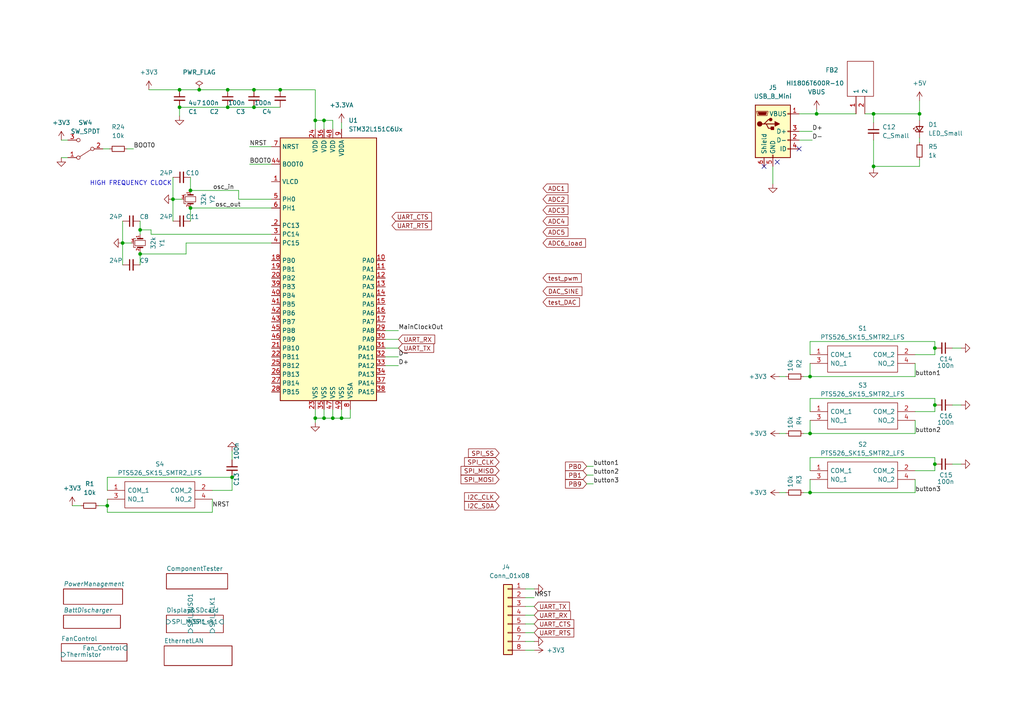
<source format=kicad_sch>
(kicad_sch (version 20211123) (generator eeschema)
  (paper "A4")
  (title_block (title "STM32-Li-ion-charger-dischager-LCD") (rev "2"))
  (lib_symbols
    (symbol "Connector:USB_B_Mini" (pin_names (offset 1.016))
      (property "Reference" "J" (at -5.08 11.43 0))
      (property "Value" "USB_B_Mini" (at -5.08 8.89 0))
      (symbol "USB_B_Mini_0_1"
        (rectangle (start -5.08 -7.62) (end 5.08 7.62) (stroke (width 0.254)) (fill (type background)))
        (circle (center -3.81 2.159) (radius 0.635) (stroke (width 0.254)) (fill (type outline)))
        (circle (center -0.635 3.429) (radius 0.381) (stroke (width 0.254)) (fill (type outline)))
        (rectangle (start -0.127 -7.62) (end 0.127 -6.858))
        (polyline (pts (xy -1.905 2.159) (xy 0.635 2.159)) (stroke (width 0.254)))
        (polyline (pts (xy -3.175 2.159) (xy -2.54 2.159) (xy -1.27 3.429) (xy -0.635 3.429)) (stroke (width 0.254)))
        (polyline (pts (xy -2.54 2.159) (xy -1.905 2.159) (xy -1.27 0.889) (xy 0 0.889)) (stroke (width 0.254)))
        (polyline (pts (xy 0.635 2.794) (xy 0.635 1.524) (xy 1.905 2.159) (xy 0.635 2.794)) (stroke (width 0.254)) (fill (type outline)))
        (polyline (pts (xy -4.318 5.588) (xy -1.778 5.588) (xy -2.032 4.826) (xy -4.064 4.826) (xy -4.318 5.588)) (fill (type outline)))
        (polyline (pts (xy -4.699 5.842) (xy -4.699 5.588) (xy -4.445 4.826) (xy -4.445 4.572) (xy -1.651 4.572) (xy -1.651 4.826) (xy -1.397 5.588) (xy -1.397 5.842) (xy -4.699 5.842)))
        (rectangle (start 0.254 1.27) (end -0.508 0.508) (stroke (width 0.254)) (fill (type outline)))
        (rectangle (start 5.08 -5.207) (end 4.318 -4.953))
        (rectangle (start 5.08 -2.667) (end 4.318 -2.413))
        (rectangle (start 5.08 -0.127) (end 4.318 0.127))
        (rectangle (start 5.08 4.953) (end 4.318 5.207))
      )
      (symbol "USB_B_Mini_1_1"
        (pin power_out line (at 7.62 5.08 180) (length 2.54) (name "VBUS") (number "1"))
        (pin bidirectional line (at 7.62 -2.54 180) (length 2.54) (name "D-") (number "2"))
        (pin bidirectional line (at 7.62 0 180) (length 2.54) (name "D+") (number "3"))
        (pin passive line (at 7.62 -5.08 180) (length 2.54) (name "ID") (number "4"))
        (pin power_out line (at 0 -10.16 90) (length 2.54) (name "GND") (number "5"))
        (pin passive line (at -2.54 -10.16 90) (length 2.54) (name "Shield") (number "6"))
      )
    )
    (symbol "Connector_Generic:Conn_01x08" (pin_names (offset 1.016) hide)
      (property "Reference" "J" (at 0 10.16 0))
      (property "Value" "Conn_01x08" (at 0 -12.7 0))
      (symbol "Conn_01x08_1_1"
        (rectangle (start -1.27 -10.033) (end 0 -10.287) (stroke (width 0.1524)))
        (rectangle (start -1.27 -7.493) (end 0 -7.747) (stroke (width 0.1524)))
        (rectangle (start -1.27 -4.953) (end 0 -5.207) (stroke (width 0.1524)))
        (rectangle (start -1.27 -2.413) (end 0 -2.667) (stroke (width 0.1524)))
        (rectangle (start -1.27 0.127) (end 0 -0.127) (stroke (width 0.1524)))
        (rectangle (start -1.27 2.667) (end 0 2.413) (stroke (width 0.1524)))
        (rectangle (start -1.27 5.207) (end 0 4.953) (stroke (width 0.1524)))
        (rectangle (start -1.27 7.747) (end 0 7.493) (stroke (width 0.1524)))
        (rectangle (start -1.27 8.89) (end 1.27 -11.43) (stroke (width 0.254)) (fill (type background)))
        (pin passive line (at -5.08 7.62 0) (length 3.81) (name "Pin_1") (number "1"))
        (pin passive line (at -5.08 5.08 0) (length 3.81) (name "Pin_2") (number "2"))
        (pin passive line (at -5.08 2.54 0) (length 3.81) (name "Pin_3") (number "3"))
        (pin passive line (at -5.08 0 0) (length 3.81) (name "Pin_4") (number "4"))
        (pin passive line (at -5.08 -2.54 0) (length 3.81) (name "Pin_5") (number "5"))
        (pin passive line (at -5.08 -5.08 0) (length 3.81) (name "Pin_6") (number "6"))
        (pin passive line (at -5.08 -7.62 0) (length 3.81) (name "Pin_7") (number "7"))
        (pin passive line (at -5.08 -10.16 0) (length 3.81) (name "Pin_8") (number "8"))
      )
    )
    (symbol "Device:C_Small" (pin_numbers hide) (pin_names (offset 0.254) hide)
      (property "Reference" "C" (at 0.254 1.778 0))
      (property "Value" "C_Small" (at 0.254 -2.032 0))
      (symbol "C_Small_0_1"
        (polyline (pts (xy -1.524 -0.508) (xy 1.524 -0.508)) (stroke (width 0.3302)))
        (polyline (pts (xy -1.524 0.508) (xy 1.524 0.508)) (stroke (width 0.3048)))
      )
      (symbol "C_Small_1_1"
        (pin passive line (at 0 2.54 270) (length 2.032) (name "~") (number "1"))
        (pin passive line (at 0 -2.54 90) (length 2.032) (name "~") (number "2"))
      )
    )
    (symbol "Device:Crystal_GND3_Small" (pin_names (offset 1.016) hide)
      (property "Reference" "Y" (at 0 5.08 0))
      (property "Value" "Crystal_GND3_Small" (at 0 3.175 0))
      (symbol "Crystal_GND3_Small_0_1"
        (rectangle (start -0.762 -1.524) (end 0.762 1.524))
        (polyline (pts (xy -1.27 -0.762) (xy -1.27 0.762)) (stroke (width 0.381)))
        (polyline (pts (xy 1.27 -0.762) (xy 1.27 0.762)) (stroke (width 0.381)))
        (polyline (pts (xy -1.27 -1.27) (xy -1.27 -1.905) (xy 1.27 -1.905) (xy 1.27 -1.27)))
      )
      (symbol "Crystal_GND3_Small_1_1"
        (pin passive line (at -2.54 0 0) (length 1.27) (name "1") (number "1"))
        (pin passive line (at 2.54 0 180) (length 1.27) (name "2") (number "2"))
        (pin passive line (at 0 -2.54 90) (length 0.635) (name "3") (number "3"))
      )
    )
    (symbol "Device:LED_Small" (pin_numbers hide) (pin_names (offset 0.254) hide)
      (property "Reference" "D" (at -1.27 3.175 0))
      (property "Value" "LED_Small" (at -4.445 -2.54 0))
      (symbol "LED_Small_0_1"
        (polyline (pts (xy -0.762 -1.016) (xy -0.762 1.016)) (stroke (width 0.254)))
        (polyline (pts (xy 1.016 0) (xy -0.762 0)))
        (polyline (pts (xy 0.762 -1.016) (xy -0.762 0) (xy 0.762 1.016) (xy 0.762 -1.016)) (stroke (width 0.254)))
        (polyline (pts (xy 0 0.762) (xy -0.508 1.27) (xy -0.254 1.27) (xy -0.508 1.27) (xy -0.508 1.016)))
        (polyline (pts (xy 0.508 1.27) (xy 0 1.778) (xy 0.254 1.778) (xy 0 1.778) (xy 0 1.524)))
      )
      (symbol "LED_Small_1_1"
        (pin passive line (at -2.54 0 0) (length 1.778) (name "K") (number "1"))
        (pin passive line (at 2.54 0 180) (length 1.778) (name "A") (number "2"))
      )
    )
    (symbol "Device:R_Small" (pin_numbers hide) (pin_names (offset 0.254) hide)
      (property "Reference" "R" (at 0.762 0.508 0))
      (property "Value" "R_Small" (at 0.762 -1.016 0))
      (symbol "R_Small_0_1"
        (rectangle (start -0.762 1.778) (end 0.762 -1.778) (stroke (width 0.2032)))
      )
      (symbol "R_Small_1_1"
        (pin passive line (at 0 2.54 270) (length 0.762) (name "~") (number "1"))
        (pin passive line (at 0 -2.54 90) (length 0.762) (name "~") (number "2"))
      )
    )
    (symbol "MCU_ST_STM32L1:STM32L151C6Ux"
      (property "Reference" "U" (at -15.24 39.37 0))
      (property "Value" "STM32L151C6Ux" (at 5.08 39.37 0))
      (symbol "STM32L151C6Ux_0_1"
        (rectangle (start -15.24 -38.1) (end 12.7 38.1) (stroke (width 0.254)) (fill (type background)))
      )
      (symbol "STM32L151C6Ux_1_1"
        (pin power_in line (at -17.78 25.4 0) (length 2.54) (name "VLCD") (number "1"))
        (pin bidirectional line (at 15.24 2.54 180) (length 2.54) (name "PA0") (number "10"))
        (pin bidirectional line (at 15.24 0 180) (length 2.54) (name "PA1") (number "11"))
        (pin bidirectional line (at 15.24 -2.54 180) (length 2.54) (name "PA2") (number "12"))
        (pin bidirectional line (at 15.24 -5.08 180) (length 2.54) (name "PA3") (number "13"))
        (pin bidirectional line (at 15.24 -7.62 180) (length 2.54) (name "PA4") (number "14"))
        (pin bidirectional line (at 15.24 -10.16 180) (length 2.54) (name "PA5") (number "15"))
        (pin bidirectional line (at 15.24 -12.7 180) (length 2.54) (name "PA6") (number "16"))
        (pin bidirectional line (at 15.24 -15.24 180) (length 2.54) (name "PA7") (number "17"))
        (pin bidirectional line (at -17.78 2.54 0) (length 2.54) (name "PB0") (number "18"))
        (pin bidirectional line (at -17.78 0 0) (length 2.54) (name "PB1") (number "19"))
        (pin bidirectional line (at -17.78 12.7 0) (length 2.54) (name "PC13") (number "2"))
        (pin bidirectional line (at -17.78 -2.54 0) (length 2.54) (name "PB2") (number "20"))
        (pin bidirectional line (at -17.78 -22.86 0) (length 2.54) (name "PB10") (number "21"))
        (pin bidirectional line (at -17.78 -25.4 0) (length 2.54) (name "PB11") (number "22"))
        (pin power_in line (at -5.08 -40.64 90) (length 2.54) (name "VSS") (number "23"))
        (pin power_in line (at -5.08 40.64 270) (length 2.54) (name "VDD") (number "24"))
        (pin bidirectional line (at -17.78 -27.94 0) (length 2.54) (name "PB12") (number "25"))
        (pin bidirectional line (at -17.78 -30.48 0) (length 2.54) (name "PB13") (number "26"))
        (pin bidirectional line (at -17.78 -33.02 0) (length 2.54) (name "PB14") (number "27"))
        (pin bidirectional line (at -17.78 -35.56 0) (length 2.54) (name "PB15") (number "28"))
        (pin bidirectional line (at 15.24 -17.78 180) (length 2.54) (name "PA8") (number "29"))
        (pin bidirectional line (at -17.78 10.16 0) (length 2.54) (name "PC14") (number "3"))
        (pin bidirectional line (at 15.24 -20.32 180) (length 2.54) (name "PA9") (number "30"))
        (pin bidirectional line (at 15.24 -22.86 180) (length 2.54) (name "PA10") (number "31"))
        (pin bidirectional line (at 15.24 -25.4 180) (length 2.54) (name "PA11") (number "32"))
        (pin bidirectional line (at 15.24 -27.94 180) (length 2.54) (name "PA12") (number "33"))
        (pin bidirectional line (at 15.24 -30.48 180) (length 2.54) (name "PA13") (number "34"))
        (pin power_in line (at -2.54 -40.64 90) (length 2.54) (name "VSS") (number "35"))
        (pin power_in line (at -2.54 40.64 270) (length 2.54) (name "VDD") (number "36"))
        (pin bidirectional line (at 15.24 -33.02 180) (length 2.54) (name "PA14") (number "37"))
        (pin bidirectional line (at 15.24 -35.56 180) (length 2.54) (name "PA15") (number "38"))
        (pin bidirectional line (at -17.78 -5.08 0) (length 2.54) (name "PB3") (number "39"))
        (pin bidirectional line (at -17.78 7.62 0) (length 2.54) (name "PC15") (number "4"))
        (pin bidirectional line (at -17.78 -7.62 0) (length 2.54) (name "PB4") (number "40"))
        (pin bidirectional line (at -17.78 -10.16 0) (length 2.54) (name "PB5") (number "41"))
        (pin bidirectional line (at -17.78 -12.7 0) (length 2.54) (name "PB6") (number "42"))
        (pin bidirectional line (at -17.78 -15.24 0) (length 2.54) (name "PB7") (number "43"))
        (pin input line (at -17.78 30.48 0) (length 2.54) (name "BOOT0") (number "44"))
        (pin bidirectional line (at -17.78 -17.78 0) (length 2.54) (name "PB8") (number "45"))
        (pin bidirectional line (at -17.78 -20.32 0) (length 2.54) (name "PB9") (number "46"))
        (pin power_in line (at 0 -40.64 90) (length 2.54) (name "VSS") (number "47"))
        (pin power_in line (at 0 40.64 270) (length 2.54) (name "VDD") (number "48"))
        (pin power_in line (at 2.54 -40.64 90) (length 2.54) (name "VSS") (number "49"))
        (pin input line (at -17.78 20.32 0) (length 2.54) (name "PH0") (number "5"))
        (pin input line (at -17.78 17.78 0) (length 2.54) (name "PH1") (number "6"))
        (pin input line (at -17.78 35.56 0) (length 2.54) (name "NRST") (number "7"))
        (pin power_in line (at 5.08 -40.64 90) (length 2.54) (name "VSSA") (number "8"))
        (pin power_in line (at 2.54 40.64 270) (length 2.54) (name "VDDA") (number "9"))
      )
    )
    (symbol "SamacSys_Parts:HI1806T600R-10" (pin_names (offset 0.762))
      (property "Reference" "FB" (at 16.51 7.62 0))
      (property "Value" "HI1806T600R-10" (at 16.51 5.08 0))
      (symbol "HI1806T600R-10_0_0"
        (pin passive line (at 0 0 0) (length 5.08) (name "1") (number "1"))
        (pin passive line (at 0 -2.54 0) (length 5.08) (name "2") (number "2"))
      )
      (symbol "HI1806T600R-10_0_1"
        (polyline (pts (xy 5.08 2.54) (xy 15.24 2.54) (xy 15.24 -5.08) (xy 5.08 -5.08) (xy 5.08 2.54)) (stroke (width 0.1524)))
      )
    )
    (symbol "SamacSys_Parts:PTS526_SK15_SMTR2_LFS" (pin_names (offset 0.762))
      (property "Reference" "S" (at 26.67 7.62 0))
      (property "Value" "PTS526_SK15_SMTR2_LFS" (at 26.67 5.08 0))
      (symbol "PTS526_SK15_SMTR2_LFS_0_0"
        (pin passive line (at 0 0 0) (length 5.08) (name "COM_1") (number "1"))
        (pin passive line (at 30.48 0 180) (length 5.08) (name "COM_2") (number "2"))
        (pin passive line (at 0 -2.54 0) (length 5.08) (name "NO_1") (number "3"))
        (pin passive line (at 30.48 -2.54 180) (length 5.08) (name "NO_2") (number "4"))
      )
      (symbol "PTS526_SK15_SMTR2_LFS_0_1"
        (polyline (pts (xy 5.08 2.54) (xy 25.4 2.54) (xy 25.4 -5.08) (xy 5.08 -5.08) (xy 5.08 2.54)) (stroke (width 0.1524)))
      )
    )
    (symbol "Switch:SW_SPDT" (pin_names (offset 0) hide)
      (property "Reference" "SW" (at 0 4.318 0))
      (property "Value" "SW_SPDT" (at 0 -5.08 0))
      (symbol "SW_SPDT_0_0"
        (circle (center -2.032 0) (radius 0.508))
        (circle (center 2.032 -2.54) (radius 0.508))
      )
      (symbol "SW_SPDT_0_1"
        (polyline (pts (xy -1.524 0.254) (xy 1.651 2.286)))
        (circle (center 2.032 2.54) (radius 0.508))
      )
      (symbol "SW_SPDT_1_1"
        (pin passive line (at 5.08 2.54 180) (length 2.54) (name "A") (number "1"))
        (pin passive line (at -5.08 0 0) (length 2.54) (name "B") (number "2"))
        (pin passive line (at 5.08 -2.54 180) (length 2.54) (name "C") (number "3"))
      )
    )
    (symbol "power:+3.3V" (power) (pin_names (offset 0))
      (property "Value" "+3.3V" (at 0 3.556 0))
      (symbol "+3.3V_0_1"
        (polyline (pts (xy -0.762 1.27) (xy 0 2.54)))
        (polyline (pts (xy 0 0) (xy 0 2.54)))
        (polyline (pts (xy 0 2.54) (xy 0.762 1.27)))
      )
      (symbol "+3.3V_1_1"
        (pin power_in line (at 0 0 90) (length 0) hide (name "+3V3") (number "1"))
      )
    )
    (symbol "power:+3.3VA" (power) (pin_names (offset 0))
      (property "Value" "+3.3VA" (at 0 3.556 0))
      (symbol "+3.3VA_0_1"
        (polyline (pts (xy -0.762 1.27) (xy 0 2.54)))
        (polyline (pts (xy 0 0) (xy 0 2.54)))
        (polyline (pts (xy 0 2.54) (xy 0.762 1.27)))
      )
      (symbol "+3.3VA_1_1"
        (pin power_in line (at 0 0 90) (length 0) hide (name "+3.3VA") (number "1"))
      )
    )
    (symbol "power:+5V" (power) (pin_names (offset 0))
      (property "Value" "+5V" (at 0 3.556 0))
      (symbol "+5V_0_1"
        (polyline (pts (xy -0.762 1.27) (xy 0 2.54)))
        (polyline (pts (xy 0 0) (xy 0 2.54)))
        (polyline (pts (xy 0 2.54) (xy 0.762 1.27)))
      )
      (symbol "+5V_1_1"
        (pin power_in line (at 0 0 90) (length 0) hide (name "+5V") (number "1"))
      )
    )
    (symbol "power:GND" (power) (pin_names (offset 0))
      (property "Value" "GND" (at 0 -3.81 0))
      (symbol "GND_0_1"
        (polyline (pts (xy 0 0) (xy 0 -1.27) (xy 1.27 -1.27) (xy 0 -2.54) (xy -1.27 -1.27) (xy 0 -1.27)))
      )
      (symbol "GND_1_1"
        (pin power_in line (at 0 0 270) (length 0) hide (name "GND") (number "1"))
      )
    )
    (symbol "power:PWR_FLAG" (power) (pin_numbers hide) (pin_names (offset 0) hide)
      (property "Value" "PWR_FLAG" (at 0 3.81 0))
      (symbol "PWR_FLAG_0_0"
        (pin power_out line (at 0 0 90) (length 0) (name "pwr") (number "1"))
      )
      (symbol "PWR_FLAG_0_1"
        (polyline (pts (xy 0 0) (xy 0 1.27) (xy -1.016 1.905) (xy 0 2.54) (xy 1.016 1.905) (xy 0 1.27)))
      )
    )
    (symbol "power:VBUS" (power) (pin_names (offset 0))
      (property "Value" "VBUS" (at 0 3.81 0))
      (symbol "VBUS_0_1"
        (polyline (pts (xy -0.762 1.27) (xy 0 2.54)))
        (polyline (pts (xy 0 0) (xy 0 2.54)))
        (polyline (pts (xy 0 2.54) (xy 0.762 1.27)))
      )
      (symbol "VBUS_1_1"
        (pin power_in line (at 0 0 90) (length 0) hide (name "VBUS") (number "1"))
      )
    )
  )
  (junction (at 253.365 33.02))
  (junction (at 52.07 26.035))
  (junction (at 93.98 121.285))
  (junction (at 73.66 31.115))
  (junction (at 73.66 26.035))
  (junction (at 99.06 121.285))
  (junction (at 81.28 26.035))
  (junction (at 91.44 34.925))
  (junction (at 271.145 134.62))
  (junction (at 55.245 55.245))
  (junction (at 40.64 66.675))
  (junction (at 253.365 48.26))
  (junction (at 234.9585 125.73))
  (junction (at 35.56 70.485))
  (junction (at 266.7 33.02))
  (junction (at 234.95 142.875))
  (junction (at 271.145 100.965))
  (junction (at 57.785 26.035))
  (junction (at 271.1535 117.475))
  (junction (at 52.07 31.115))
  (junction (at 40.64 73.66))
  (junction (at 66.04 26.035))
  (junction (at 236.855 33.02))
  (junction (at 67.31 138.43))
  (junction (at 50.165 57.785))
  (junction (at 93.98 34.925))
  (junction (at 66.04 31.115))
  (junction (at 96.52 121.285))
  (junction (at 91.44 121.285))
  (junction (at 31.115 146.685))
  (junction (at 55.245 60.325))
  (junction (at 234.95 109.22))
  (no_connect (at 221.615 48.26))
  (no_connect (at 225.425 46.99))
  (no_connect (at 231.775 43.18))
  (wire (pts (xy 234.9585 119.38) (xy 234.9585 115.57)))
  (wire (pts (xy 253.365 48.26) (xy 253.365 40.64)))
  (wire (pts (xy 271.145 134.62) (xy 271.145 136.525)))
  (wire (pts (xy 234.95 102.87) (xy 234.95 99.06)))
  (wire (pts (xy 93.98 121.285) (xy 96.52 121.285)))
  (wire (pts (xy 226.0685 125.73) (xy 227.9735 125.73)))
  (wire (pts (xy 40.64 73.66) (xy 53.975 73.66)))
  (wire (pts (xy 78.74 67.945) (xy 43.815 67.945)))
  (wire (pts (xy 50.165 57.785) (xy 50.165 64.135)))
  (wire (pts (xy 234.95 132.715) (xy 271.145 132.715)))
  (wire (pts (xy 233.045 109.22) (xy 234.95 109.22)))
  (wire (pts (xy 276.225 134.62) (xy 278.765 134.62)))
  (wire (pts (xy 91.44 34.925) (xy 93.98 34.925)))
  (wire (pts (xy 40.64 66.675) (xy 40.64 67.945)))
  (wire (pts (xy 73.66 26.035) (xy 81.28 26.035)))
  (wire (pts (xy 55.245 60.325) (xy 55.245 64.135)))
  (wire (pts (xy 111.76 106.045) (xy 115.57 106.045)))
  (wire (pts (xy 271.145 100.965) (xy 271.145 102.87)))
  (wire (pts (xy 111.76 103.505) (xy 115.57 103.505)))
  (wire (pts (xy 266.7 40.005) (xy 266.7 41.275)))
  (wire (pts (xy 91.44 121.285) (xy 93.98 121.285)))
  (wire (pts (xy 231.775 33.02) (xy 236.855 33.02)))
  (wire (pts (xy 35.56 70.485) (xy 35.56 76.835)))
  (wire (pts (xy 101.6 118.745) (xy 101.6 121.285)))
  (wire (pts (xy 253.365 33.02) (xy 253.365 35.56)))
  (wire (pts (xy 91.44 26.035) (xy 81.28 26.035)))
  (wire (pts (xy 231.775 40.64) (xy 235.585 40.64)))
  (wire (pts (xy 96.52 37.465) (xy 96.52 34.925)))
  (wire (pts (xy 234.9585 125.73) (xy 234.9585 121.92)))
  (wire (pts (xy 91.44 34.925) (xy 91.44 37.465)))
  (wire (pts (xy 266.7 46.355) (xy 266.7 48.26)))
  (wire (pts (xy 93.98 34.925) (xy 93.98 37.465)))
  (wire (pts (xy 61.595 144.78) (xy 61.595 148.59)))
  (wire (pts (xy 99.06 35.56) (xy 99.06 37.465)))
  (wire (pts (xy 38.1 70.485) (xy 35.56 70.485)))
  (wire (pts (xy 31.115 142.24) (xy 31.115 138.43)))
  (wire (pts (xy 170.18 140.335) (xy 172.085 140.335)))
  (wire (pts (xy 93.98 34.925) (xy 96.52 34.925)))
  (wire (pts (xy 67.31 133.35) (xy 67.31 130.81)))
  (wire (pts (xy 253.365 33.02) (xy 266.7 33.02)))
  (wire (pts (xy 234.95 142.875) (xy 265.43 142.875)))
  (wire (pts (xy 69.215 55.245) (xy 55.245 55.245)))
  (wire (pts (xy 250.825 33.02) (xy 253.365 33.02)))
  (wire (pts (xy 271.145 132.715) (xy 271.145 134.62)))
  (wire (pts (xy 81.28 31.115) (xy 73.66 31.115)))
  (wire (pts (xy 20.955 146.685) (xy 23.495 146.685)))
  (wire (pts (xy 36.83 43.18) (xy 38.735 43.18)))
  (wire (pts (xy 152.4 170.815) (xy 154.94 170.815)))
  (wire (pts (xy 50.165 51.435) (xy 50.165 57.785)))
  (wire (pts (xy 234.95 136.525) (xy 234.95 132.715)))
  (wire (pts (xy 67.31 142.24) (xy 61.595 142.24)))
  (wire (pts (xy 226.06 109.22) (xy 227.965 109.22)))
  (wire (pts (xy 52.705 57.785) (xy 50.165 57.785)))
  (wire (pts (xy 271.1535 117.475) (xy 271.1535 119.38)))
  (wire (pts (xy 40.64 64.135) (xy 40.64 66.675)))
  (wire (pts (xy 266.7 29.21) (xy 266.7 33.02)))
  (wire (pts (xy 152.4 186.055) (xy 154.94 186.055)))
  (wire (pts (xy 91.44 118.745) (xy 91.44 121.285)))
  (wire (pts (xy 40.64 73.025) (xy 40.64 73.66)))
  (wire (pts (xy 234.9585 125.73) (xy 265.4385 125.73)))
  (wire (pts (xy 43.815 66.675) (xy 40.64 66.675)))
  (wire (pts (xy 55.245 51.435) (xy 55.245 55.245)))
  (wire (pts (xy 226.06 142.875) (xy 227.965 142.875)))
  (wire (pts (xy 233.045 142.875) (xy 234.95 142.875)))
  (wire (pts (xy 53.975 70.485) (xy 78.74 70.485)))
  (wire (pts (xy 28.575 146.685) (xy 31.115 146.685)))
  (wire (pts (xy 31.115 148.59) (xy 31.115 146.685)))
  (wire (pts (xy 99.06 118.745) (xy 99.06 121.285)))
  (wire (pts (xy 271.145 102.87) (xy 265.43 102.87)))
  (wire (pts (xy 52.07 31.115) (xy 52.07 33.655)))
  (wire (pts (xy 271.1535 115.57) (xy 271.1535 117.475)))
  (wire (pts (xy 234.95 109.22) (xy 265.43 109.22)))
  (wire (pts (xy 234.95 99.06) (xy 271.145 99.06)))
  (wire (pts (xy 152.4 173.355) (xy 154.94 173.355)))
  (wire (pts (xy 40.64 73.66) (xy 40.64 76.835)))
  (wire (pts (xy 236.855 31.75) (xy 236.855 33.02)))
  (wire (pts (xy 265.43 139.065) (xy 265.43 142.875)))
  (wire (pts (xy 152.4 183.515) (xy 154.94 183.515)))
  (wire (pts (xy 265.43 105.41) (xy 265.43 109.22)))
  (wire (pts (xy 152.4 188.595) (xy 154.94 188.595)))
  (wire (pts (xy 271.1535 119.38) (xy 265.4385 119.38)))
  (wire (pts (xy 31.115 146.685) (xy 31.115 144.78)))
  (wire (pts (xy 233.0535 125.73) (xy 234.9585 125.73)))
  (wire (pts (xy 276.225 100.965) (xy 278.765 100.965)))
  (wire (pts (xy 31.115 138.43) (xy 67.31 138.43)))
  (wire (pts (xy 91.44 34.925) (xy 91.44 26.035)))
  (wire (pts (xy 271.145 99.06) (xy 271.145 100.965)))
  (wire (pts (xy 236.855 33.02) (xy 248.285 33.02)))
  (wire (pts (xy 266.7 48.26) (xy 253.365 48.26)))
  (wire (pts (xy 66.04 31.115) (xy 52.07 31.115)))
  (wire (pts (xy 43.18 26.035) (xy 52.07 26.035)))
  (wire (pts (xy 253.365 48.895) (xy 253.365 48.26)))
  (wire (pts (xy 52.07 26.035) (xy 57.785 26.035)))
  (wire (pts (xy 66.04 26.035) (xy 73.66 26.035)))
  (wire (pts (xy 266.7 33.02) (xy 266.7 34.925)))
  (wire (pts (xy 91.44 121.285) (xy 91.44 122.555)))
  (wire (pts (xy 234.95 109.22) (xy 234.95 105.41)))
  (wire (pts (xy 265.4385 121.92) (xy 265.4385 125.73)))
  (wire (pts (xy 67.31 138.43) (xy 67.31 142.24)))
  (wire (pts (xy 73.66 31.115) (xy 66.04 31.115)))
  (wire (pts (xy 72.39 47.625) (xy 78.74 47.625)))
  (wire (pts (xy 55.245 60.325) (xy 78.74 60.325)))
  (wire (pts (xy 96.52 118.745) (xy 96.52 121.285)))
  (wire (pts (xy 17.78 40.64) (xy 19.685 40.64)))
  (wire (pts (xy 276.2335 117.475) (xy 278.7735 117.475)))
  (wire (pts (xy 152.4 178.435) (xy 154.94 178.435)))
  (wire (pts (xy 17.78 45.72) (xy 19.685 45.72)))
  (wire (pts (xy 111.76 95.885) (xy 115.57 95.885)))
  (wire (pts (xy 111.76 98.425) (xy 115.57 98.425)))
  (wire (pts (xy 152.4 180.975) (xy 154.94 180.975)))
  (wire (pts (xy 271.145 136.525) (xy 265.43 136.525)))
  (wire (pts (xy 111.76 100.965) (xy 115.57 100.965)))
  (wire (pts (xy 224.155 48.26) (xy 224.155 53.34)))
  (wire (pts (xy 69.215 55.245) (xy 69.215 57.785)))
  (wire (pts (xy 152.4 175.895) (xy 154.94 175.895)))
  (wire (pts (xy 99.06 121.285) (xy 101.6 121.285)))
  (wire (pts (xy 35.56 64.135) (xy 35.56 70.485)))
  (wire (pts (xy 170.18 135.255) (xy 172.085 135.255)))
  (wire (pts (xy 29.845 43.18) (xy 31.75 43.18)))
  (wire (pts (xy 69.215 57.785) (xy 78.74 57.785)))
  (wire (pts (xy 231.775 38.1) (xy 235.585 38.1)))
  (wire (pts (xy 234.9585 115.57) (xy 271.1535 115.57)))
  (wire (pts (xy 72.39 42.545) (xy 78.74 42.545)))
  (wire (pts (xy 96.52 121.285) (xy 99.06 121.285)))
  (wire (pts (xy 93.98 118.745) (xy 93.98 121.285)))
  (wire (pts (xy 170.18 137.795) (xy 172.085 137.795)))
  (wire (pts (xy 234.95 142.875) (xy 234.95 139.065)))
  (wire (pts (xy 57.785 26.035) (xy 66.04 26.035)))
  (wire (pts (xy 43.815 67.945) (xy 43.815 66.675)))
  (wire (pts (xy 53.975 73.66) (xy 53.975 70.485)))
  (wire (pts (xy 61.595 148.59) (xy 31.115 148.59)))
  (text "HIGH FREQUENCY CLOCK" (at 26.035 53.975 0) (effects (font (size 1.27 1.27)) (justify left bottom)))
  (label "D-" (at 115.57 103.505 0))
  (label "button2" (at 265.4385 125.73 0))
  (label "D+" (at 235.585 38.1 0))
  (label "NRST" (at 72.39 42.545 0))
  (label "BOOT0" (at 38.735 43.18 0))
  (label "BOOT0" (at 72.39 47.625 0))
  (label "NRST" (at 61.595 147.32 0))
  (label "button2" (at 172.085 137.795 0))
  (label "osc_in" (at 67.945 55.245 180))
  (label "button3" (at 172.085 140.335 0))
  (label "button1" (at 172.085 135.255 0))
  (label "button1" (at 265.43 109.22 0))
  (label "D-" (at 235.585 40.64 0))
  (label "MainClockOut" (at 115.57 95.885 0))
  (label "NRST" (at 154.94 173.355 0))
  (label "button3" (at 265.43 142.875 0))
  (label "osc_out" (at 69.85 60.325 180))
  (label "D+" (at 115.57 106.045 0))
  (global_label "ADC3" (shape input) (at 157.48 60.96 0) (property "Intersheet References" "${INTERSHEET_REFS}" (effects hide)))
  (global_label "SPI_SS" (shape input) (at 144.78 131.445 180) (property "Intersheet References" "${INTERSHEET_REFS}" (effects hide)))
  (global_label "ADC6_load" (shape input) (at 157.48 70.485 0) (property "Intersheet References" "${INTERSHEET_REFS}" (effects hide)))
  (global_label "UART_TX" (shape input) (at 115.57 100.965 0) (property "Intersheet References" "${INTERSHEET_REFS}" (effects hide)))
  (global_label "SPI_MISO" (shape input) (at 144.78 136.525 180) (property "Intersheet References" "${INTERSHEET_REFS}" (effects hide)))
  (global_label "UART_RTS" (shape input) (at 154.94 183.515 0) (property "Intersheet References" "${INTERSHEET_REFS}" (effects hide)))
  (global_label "UART_TX" (shape input) (at 154.94 175.895 0) (property "Intersheet References" "${INTERSHEET_REFS}" (effects hide)))
  (global_label "UART_RX" (shape input) (at 115.57 98.425 0) (property "Intersheet References" "${INTERSHEET_REFS}" (effects hide)))
  (global_label "ADC2" (shape input) (at 157.48 57.785 0) (property "Intersheet References" "${INTERSHEET_REFS}" (effects hide)))
  (global_label "UART_CTS" (shape input) (at 113.665 62.865 0) (property "Intersheet References" "${INTERSHEET_REFS}" (effects hide)))
  (global_label "ADC5" (shape input) (at 157.48 67.31 0) (property "Intersheet References" "${INTERSHEET_REFS}" (effects hide)))
  (global_label "PB0" (shape input) (at 170.18 135.255 180) (property "Intersheet References" "${INTERSHEET_REFS}" (effects hide)))
  (global_label "test_DAC" (shape input) (at 157.48 87.63 0) (property "Intersheet References" "${INTERSHEET_REFS}" (effects hide)))
  (global_label "PB9" (shape input) (at 170.18 140.335 180) (property "Intersheet References" "${INTERSHEET_REFS}" (effects hide)))
  (global_label "ADC1" (shape input) (at 157.48 54.61 0) (property "Intersheet References" "${INTERSHEET_REFS}" (effects hide)))
  (global_label "UART_RX" (shape input) (at 154.94 178.435 0) (property "Intersheet References" "${INTERSHEET_REFS}" (effects hide)))
  (global_label "I2C_SDA" (shape input) (at 144.78 146.685 180) (property "Intersheet References" "${INTERSHEET_REFS}" (effects hide)))
  (global_label "PB1" (shape input) (at 170.18 137.795 180) (property "Intersheet References" "${INTERSHEET_REFS}" (effects hide)))
  (global_label "UART_RTS" (shape input) (at 113.665 65.405 0) (property "Intersheet References" "${INTERSHEET_REFS}" (effects hide)))
  (global_label "DAC_SINE" (shape input) (at 157.48 84.455 0) (property "Intersheet References" "${INTERSHEET_REFS}" (effects hide)))
  (global_label "I2C_CLK" (shape input) (at 144.78 144.145 180) (property "Intersheet References" "${INTERSHEET_REFS}" (effects hide)))
  (global_label "ADC4" (shape input) (at 157.48 64.135 0) (property "Intersheet References" "${INTERSHEET_REFS}" (effects hide)))
  (global_label "SPI_CLK" (shape input) (at 144.78 133.985 180) (property "Intersheet References" "${INTERSHEET_REFS}" (effects hide)))
  (global_label "UART_CTS" (shape input) (at 154.94 180.975 0) (property "Intersheet References" "${INTERSHEET_REFS}" (effects hide)))
  (global_label "test_pwm" (shape input) (at 157.48 80.645 0) (property "Intersheet References" "${INTERSHEET_REFS}" (effects hide)))
  (global_label "SPI_MOSI" (shape input) (at 144.78 139.065 180) (property "Intersheet References" "${INTERSHEET_REFS}" (effects hide)))
  (symbol (lib_id "Device:C_Small") (at 52.705 64.135 90) (unit 1)
    (property "Reference" "C11" (at 57.785 62.865 90) (effects (justify left)))
    (property "Value" "24P" (at 50.165 62.865 90) (effects (justify left)))
    (property "Footprint" "Capacitor_SMD:C_0603_1608Metric_Pad1.08x0.95mm_HandSolder" (effects hide))
  )
  (symbol (lib_id "SamacSys_Parts:PTS526_SK15_SMTR2_LFS") (at 31.115 142.24 0) (unit 1)
    (property "Reference" "S4" (at 46.355 134.62 0))
    (property "Value" "PTS526_SK15_SMTR2_LFS" (at 46.355 137.16 0))
    (property "Footprint" "PTS526SK15SMTR2LFS" (effects hide))
    (property "Datasheet" "https://www.ckswitches.com/media/2780/pts526.pdf" (effects hide))
    (property "Description" "Tact 5.2 x 5.2, 1.5 mm H, 260gf, G leads, No ground pin, metal actuator" (effects hide))
    (property "Height" "1.65" (effects hide))
    (property "Mouser Part Number" "611-PTS526SK15SMR2L" (effects hide))
    (property "Mouser Price/Stock" "https://www.mouser.co.uk/ProductDetail/CK/PTS526-SK15-SMTR2-LFS?qs=UXgszm6BlbF5Ezp94JAQtw%3D%3D" (effects hide))
    (property "Manufacturer_Name" "C & K COMPONENTS" (effects hide))
    (property "Manufacturer_Part_Number" "PTS526 SK15 SMTR2 LFS" (effects hide))
  )
  (symbol (lib_id "Device:R_Small") (at 266.7 43.815 0) (unit 1)
    (property "Reference" "R5" (at 269.24 42.5449 0) (effects (justify left)))
    (property "Value" "1k" (at 269.24 45.0849 0) (effects (justify left)))
    (property "Footprint" "Resistor_SMD:R_0603_1608Metric_Pad0.98x0.95mm_HandSolder" (effects hide))
  )
  (symbol (lib_id "MCU_ST_STM32L1:STM32L151C6Ux") (at 96.52 78.105 0) (unit 1)
    (property "Reference" "U1" (at 101.0794 34.925 0) (effects (justify left)))
    (property "Value" "STM32L151C6Ux" (at 101.0794 37.465 0) (effects (justify left)))
    (property "Footprint" "Package_DFN_QFN:QFN-48-1EP_7x7mm_P0.5mm_EP5.6x5.6mm" (effects hide))
    (property "Datasheet" "http://www.st.com/st-web-ui/static/active/en/resource/technical/document/datasheet/CD00277537.pdf" (effects hide))
  )
  (symbol (lib_id "Device:C_Small") (at 73.66 28.575 0) (mirror y) (unit 1)
    (property "Reference" "C3" (at 71.12 32.385 0) (effects (justify left)))
    (property "Value" "100n" (at 71.12 29.845 0) (effects (justify left)))
    (property "Footprint" "Capacitor_SMD:C_0603_1608Metric_Pad1.08x0.95mm_HandSolder" (effects hide))
  )
  (symbol (lib_id "Device:C_Small") (at 81.28 28.575 0) (mirror y) (unit 1)
    (property "Reference" "C4" (at 78.74 32.385 0) (effects (justify left)))
    (property "Value" "100n" (at 78.74 29.845 0) (effects (justify left)))
    (property "Footprint" "Capacitor_SMD:C_0603_1608Metric_Pad1.08x0.95mm_HandSolder" (effects hide))
  )
  (symbol (lib_id "Device:C_Small") (at 253.365 38.1 0) (unit 1)
    (property "Reference" "C12" (at 255.905 36.8362 0) (effects (justify left)))
    (property "Value" "C_Small" (at 255.905 39.37 0) (effects (justify left)))
    (property "Footprint" "Capacitor_SMD:C_0603_1608Metric_Pad1.08x0.95mm_HandSolder" (effects hide))
  )
  (symbol (lib_id "Device:C_Small") (at 273.685 134.62 270) (unit 1)
    (property "Reference" "C15" (at 272.415 137.795 90) (effects (justify left)))
    (property "Value" "100n" (at 271.78 139.7 90) (effects (justify left)))
    (property "Footprint" "Capacitor_SMD:C_0603_1608Metric_Pad1.08x0.95mm_HandSolder" (effects hide))
  )
  (symbol (lib_id "power:GND") (at 17.78 45.72 0) (mirror y) (unit 1)
    (property "Reference" "#PWR02" (effects hide))
    (property "Value" "GND" (effects hide))
  )
  (symbol (lib_id "Device:R_Small") (at 26.035 146.685 90) (unit 1)
    (property "Reference" "R1" (at 26.035 140.335 90))
    (property "Value" "10k" (at 26.035 142.875 90))
    (property "Footprint" "Resistor_SMD:R_0603_1608Metric_Pad0.98x0.95mm_HandSolder" (effects hide))
  )
  (symbol (lib_id "power:GND") (at 253.365 48.895 0) (unit 1)
    (property "Reference" "#PWR0134" (effects hide))
    (property "Value" "GND" (effects hide))
  )
  (symbol (lib_id "power:+3.3V") (at 43.18 26.035 0) (unit 1)
    (property "Reference" "#PWR0102" (effects hide))
    (property "Value" "+3.3V" (at 43.18 20.955 0))
  )
  (symbol (lib_id "Device:R_Small") (at 230.505 142.875 270) (mirror x) (unit 1)
    (property "Reference" "R3" (at 231.775 137.795 0) (effects (justify right)))
    (property "Value" "10k" (at 229.235 137.795 0) (effects (justify right)))
    (property "Footprint" "Resistor_SMD:R_0603_1608Metric_Pad0.98x0.95mm_HandSolder" (effects hide))
  )
  (symbol (lib_id "power:+3.3V") (at 226.06 142.875 90) (unit 1)
    (property "Reference" "#PWR0121" (effects hide))
    (property "Value" "+3.3V" (at 217.17 142.875 90) (effects (justify right)))
  )
  (symbol (lib_id "power:GND") (at 154.94 186.055 90) (unit 1)
    (property "Reference" "#PWR0129" (effects hide))
    (property "Value" "GND" (effects hide))
  )
  (symbol (lib_id "Device:Crystal_GND3_Small") (at 40.64 70.485 270) (unit 1)
    (property "Reference" "Y1" (at 46.99 70.485 0))
    (property "Value" "32k" (at 44.45 70.485 0))
  )
  (symbol (lib_id "Device:C_Small") (at 273.6935 117.475 270) (unit 1)
    (property "Reference" "C16" (at 272.4235 120.65 90) (effects (justify left)))
    (property "Value" "100n" (at 271.7885 122.555 90) (effects (justify left)))
    (property "Footprint" "Capacitor_SMD:C_0603_1608Metric_Pad1.08x0.95mm_HandSolder" (effects hide))
  )
  (symbol (lib_id "power:GND") (at 67.31 130.81 0) (mirror x) (unit 1)
    (property "Reference" "#PWR0133" (effects hide))
    (property "Value" "GND" (effects hide))
  )
  (symbol (lib_id "power:GND") (at 35.56 70.485 270) (mirror x) (unit 1)
    (property "Reference" "#PWR0116" (effects hide))
    (property "Value" "GND" (effects hide))
  )
  (symbol (lib_id "Device:LED_Small") (at 266.7 37.465 90) (unit 1)
    (property "Reference" "D1" (at 269.24 36.1314 90) (effects (justify right)))
    (property "Value" "LED_Small" (at 269.24 38.6714 90) (effects (justify right)))
    (property "Footprint" "LED_SMD:LED_0603_1608Metric_Pad1.05x0.95mm_HandSolder" (effects hide))
  )
  (symbol (lib_id "power:GND") (at 278.765 134.62 90) (mirror x) (unit 1)
    (property "Reference" "#PWR0125" (effects hide))
    (property "Value" "GND" (effects hide))
  )
  (symbol (lib_id "power:GND") (at 224.155 53.34 0) (unit 1)
    (property "Reference" "#PWR0119" (effects hide))
    (property "Value" "GND" (effects hide))
  )
  (symbol (lib_id "Device:C_Small") (at 66.04 28.575 0) (mirror y) (unit 1)
    (property "Reference" "C2" (at 63.5 32.385 0) (effects (justify left)))
    (property "Value" "100n" (at 63.5 29.845 0) (effects (justify left)))
    (property "Footprint" "Capacitor_SMD:C_0603_1608Metric_Pad1.08x0.95mm_HandSolder" (effects hide))
  )
  (symbol (lib_id "SamacSys_Parts:PTS526_SK15_SMTR2_LFS") (at 234.95 136.525 0) (unit 1)
    (property "Reference" "S2" (at 250.19 128.905 0))
    (property "Value" "PTS526_SK15_SMTR2_LFS" (at 250.19 131.445 0))
    (property "Footprint" "PTS526SK15SMTR2LFS" (effects hide))
    (property "Datasheet" "https://www.ckswitches.com/media/2780/pts526.pdf" (effects hide))
    (property "Description" "Tact 5.2 x 5.2, 1.5 mm H, 260gf, G leads, No ground pin, metal actuator" (effects hide))
    (property "Height" "1.65" (effects hide))
    (property "Mouser Part Number" "611-PTS526SK15SMR2L" (effects hide))
    (property "Mouser Price/Stock" "https://www.mouser.co.uk/ProductDetail/CK/PTS526-SK15-SMTR2-LFS?qs=UXgszm6BlbF5Ezp94JAQtw%3D%3D" (effects hide))
    (property "Manufacturer_Name" "C & K COMPONENTS" (effects hide))
    (property "Manufacturer_Part_Number" "PTS526 SK15 SMTR2 LFS" (effects hide))
  )
  (symbol (lib_id "SamacSys_Parts:HI1806T600R-10") (at 248.285 33.02 90) (unit 1)
    (property "Reference" "FB2" (at 239.395 20.32 90) (effects (justify right)))
    (property "Value" "HI1806T600R-10" (at 227.965 24.13 90) (effects (justify right)))
    (property "Footprint" "SamacSys_Parts:BEADC4516X185N" (effects hide))
    (property "Datasheet" "https://componentsearchengine.com/Datasheets/2/HI1806T600R-10.pdf" (effects hide))
    (property "Description" "FERRITE BEAD 60 OHM 1806 1LN" (effects hide))
    (property "Height" "1.85" (effects hide))
    (property "Mouser Part Number" "875-HI1806T600R-10" (effects hide))
    (property "Mouser Price/Stock" "https://www.mouser.com/Search/Refine.aspx?Keyword=875-HI1806T600R-10" (effects hide))
    (property "Manufacturer_Name" "Laird Technologies" (effects hide))
    (property "Manufacturer_Part_Number" "HI1806T600R-10" (effects hide))
  )
  (symbol (lib_id "Device:C_Small") (at 38.1 64.135 90) (unit 1)
    (property "Reference" "C8" (at 43.18 62.865 90) (effects (justify left)))
    (property "Value" "24P" (at 35.56 62.865 90) (effects (justify left)))
    (property "Footprint" "Capacitor_SMD:C_0603_1608Metric_Pad1.08x0.95mm_HandSolder" (effects hide))
  )
  (symbol (lib_id "Connector:USB_B_Mini") (at 224.155 38.1 0) (unit 1)
    (property "Reference" "J5" (at 224.155 25.4 0))
    (property "Value" "USB_B_Mini" (at 224.155 27.94 0))
  )
  (symbol (lib_id "power:GND") (at 91.44 122.555 0) (unit 1)
    (property "Reference" "#PWR0140" (effects hide))
    (property "Value" "GND" (effects hide))
  )
  (symbol (lib_id "Device:C_Small") (at 52.07 28.575 0) (unit 1)
    (property "Reference" "C1" (at 54.61 32.385 0) (effects (justify left)))
    (property "Value" "4u7" (at 54.61 29.845 0) (effects (justify left)))
    (property "Footprint" "Capacitor_SMD:C_0603_1608Metric_Pad1.08x0.95mm_HandSolder" (effects hide))
  )
  (symbol (lib_id "Device:C_Small") (at 52.705 51.435 90) (unit 1)
    (property "Reference" "C10" (at 57.785 50.165 90) (effects (justify left)))
    (property "Value" "24P" (at 50.165 50.165 90) (effects (justify left)))
    (property "Footprint" "Capacitor_SMD:C_0603_1608Metric_Pad1.08x0.95mm_HandSolder" (effects hide))
  )
  (symbol (lib_id "Connector_Generic:Conn_01x08") (at 147.32 178.435 0) (mirror y) (unit 1)
    (property "Reference" "J4" (at 147.955 164.465 0) (effects (justify left)))
    (property "Value" "Conn_01x08" (at 153.67 167.005 0) (effects (justify left)))
    (property "Footprint" "Connector_PinHeader_2.54mm:PinHeader_1x08_P2.54mm_Vertical" (effects hide))
  )
  (symbol (lib_id "Device:C_Small") (at 67.31 135.89 0) (unit 1)
    (property "Reference" "C13" (at 68.58 140.97 90) (effects (justify left)))
    (property "Value" "100n" (at 68.58 133.35 90) (effects (justify left)))
    (property "Footprint" "Capacitor_SMD:C_0603_1608Metric_Pad1.08x0.95mm_HandSolder" (effects hide))
  )
  (symbol (lib_id "power:+3.3V") (at 154.94 188.595 270) (unit 1)
    (property "Reference" "#PWR0128" (effects hide))
    (property "Value" "+3.3V" (at 163.83 188.595 90) (effects (justify right)))
  )
  (symbol (lib_id "Switch:SW_SPDT") (at 24.765 43.18 180) (unit 1)
    (property "Reference" "SW4" (at 24.765 35.56 0))
    (property "Value" "SW_SPDT" (at 24.765 38.1 0))
  )
  (symbol (lib_id "power:+3.3V") (at 226.0685 125.73 90) (unit 1)
    (property "Reference" "#PWR0123" (effects hide))
    (property "Value" "+3.3V" (at 217.1785 125.73 90) (effects (justify right)))
  )
  (symbol (lib_id "Device:C_Small") (at 38.1 76.835 90) (unit 1)
    (property "Reference" "C9" (at 43.18 75.565 90) (effects (justify left)))
    (property "Value" "24P" (at 35.56 75.565 90) (effects (justify left)))
    (property "Footprint" "Capacitor_SMD:C_0603_1608Metric_Pad1.08x0.95mm_HandSolder" (effects hide))
  )
  (symbol (lib_id "power:VBUS") (at 236.855 31.75 0) (unit 1)
    (property "Reference" "#PWR0136" (effects hide))
    (property "Value" "VBUS" (at 236.855 26.67 0))
  )
  (symbol (lib_id "SamacSys_Parts:PTS526_SK15_SMTR2_LFS") (at 234.9585 119.38 0) (unit 1)
    (property "Reference" "S3" (at 250.1985 111.76 0))
    (property "Value" "PTS526_SK15_SMTR2_LFS" (at 250.1985 114.3 0))
    (property "Footprint" "PTS526SK15SMTR2LFS" (effects hide))
    (property "Datasheet" "https://www.ckswitches.com/media/2780/pts526.pdf" (effects hide))
    (property "Description" "Tact 5.2 x 5.2, 1.5 mm H, 260gf, G leads, No ground pin, metal actuator" (effects hide))
    (property "Height" "1.65" (effects hide))
    (property "Mouser Part Number" "611-PTS526SK15SMR2L" (effects hide))
    (property "Mouser Price/Stock" "https://www.mouser.co.uk/ProductDetail/CK/PTS526-SK15-SMTR2-LFS?qs=UXgszm6BlbF5Ezp94JAQtw%3D%3D" (effects hide))
    (property "Manufacturer_Name" "C & K COMPONENTS" (effects hide))
    (property "Manufacturer_Part_Number" "PTS526 SK15 SMTR2 LFS" (effects hide))
  )
  (symbol (lib_id "power:+3.3V") (at 17.78 40.64 0) (mirror y) (unit 1)
    (property "Reference" "#PWR01" (effects hide))
    (property "Value" "+3.3V" (at 17.78 35.56 0))
  )
  (symbol (lib_id "power:GND") (at 154.94 170.815 90) (unit 1)
    (property "Reference" "#PWR0126" (effects hide))
    (property "Value" "GND" (effects hide))
  )
  (symbol (lib_id "Device:C_Small") (at 273.685 100.965 270) (unit 1)
    (property "Reference" "C14" (at 272.415 104.14 90) (effects (justify left)))
    (property "Value" "100n" (at 271.78 106.045 90) (effects (justify left)))
    (property "Footprint" "Capacitor_SMD:C_0603_1608Metric_Pad1.08x0.95mm_HandSolder" (effects hide))
  )
  (symbol (lib_id "power:+3.3V") (at 20.955 146.685 0) (mirror y) (unit 1)
    (property "Reference" "#PWR03" (effects hide))
    (property "Value" "+3.3V" (at 20.955 141.605 0))
  )
  (symbol (lib_id "power:GND") (at 50.165 57.785 270) (mirror x) (unit 1)
    (property "Reference" "#PWR0115" (effects hide))
    (property "Value" "GND" (effects hide))
  )
  (symbol (lib_id "power:+5V") (at 266.7 29.21 0) (unit 1)
    (property "Reference" "#PWR0135" (effects hide))
    (property "Value" "+5V" (at 266.7 24.13 0))
  )
  (symbol (lib_id "power:+3.3V") (at 226.06 109.22 90) (unit 1)
    (property "Reference" "#PWR0124" (effects hide))
    (property "Value" "+3.3V" (at 217.17 109.22 90) (effects (justify right)))
  )
  (symbol (lib_id "Device:R_Small") (at 34.29 43.18 90) (unit 1)
    (property "Reference" "R24" (at 34.29 36.83 90))
    (property "Value" "10k" (at 34.29 39.37 90))
    (property "Footprint" "Resistor_SMD:R_0603_1608Metric_Pad0.98x0.95mm_HandSolder" (effects hide))
  )
  (symbol (lib_id "Device:R_Small") (at 230.5135 125.73 270) (mirror x) (unit 1)
    (property "Reference" "R4" (at 231.7835 120.65 0) (effects (justify right)))
    (property "Value" "10k" (at 229.2435 120.65 0) (effects (justify right)))
    (property "Footprint" "Resistor_SMD:R_0603_1608Metric_Pad0.98x0.95mm_HandSolder" (effects hide))
  )
  (symbol (lib_id "power:+3.3VA") (at 99.06 35.56 0) (mirror y) (unit 1)
    (property "Reference" "#PWR04" (effects hide))
    (property "Value" "+3.3VA" (at 99.06 30.48 0))
  )
  (symbol (lib_id "Device:Crystal_GND3_Small") (at 55.245 57.785 270) (unit 1)
    (property "Reference" "Y2" (at 61.595 57.785 0))
    (property "Value" "32k" (at 59.055 57.785 0))
  )
  (symbol (lib_id "power:GND") (at 278.7735 117.475 90) (mirror x) (unit 1)
    (property "Reference" "#PWR0132" (effects hide))
    (property "Value" "GND" (effects hide))
  )
  (symbol (lib_id "power:PWR_FLAG") (at 57.785 26.035 0) (unit 1)
    (property "Reference" "#FLG0101" (effects hide))
    (property "Value" "PWR_FLAG" (at 57.785 20.955 0))
  )
  (symbol (lib_id "power:GND") (at 52.07 33.655 0) (mirror y) (unit 1)
    (property "Reference" "#PWR0101" (effects hide))
    (property "Value" "GND" (effects hide))
  )
  (symbol (lib_id "Device:R_Small") (at 230.505 109.22 270) (mirror x) (unit 1)
    (property "Reference" "R2" (at 231.775 104.14 0) (effects (justify right)))
    (property "Value" "10k" (at 229.235 104.14 0) (effects (justify right)))
    (property "Footprint" "Resistor_SMD:R_0603_1608Metric_Pad0.98x0.95mm_HandSolder" (effects hide))
  )
  (symbol (lib_id "power:GND") (at 278.765 100.965 90) (mirror x) (unit 1)
    (property "Reference" "#PWR0131" (effects hide))
    (property "Value" "GND" (effects hide))
  )
  (symbol (lib_id "SamacSys_Parts:PTS526_SK15_SMTR2_LFS") (at 234.95 102.87 0) (unit 1)
    (property "Reference" "S1" (at 250.19 95.25 0))
    (property "Value" "PTS526_SK15_SMTR2_LFS" (at 250.19 97.79 0))
    (property "Footprint" "PTS526SK15SMTR2LFS" (effects hide))
    (property "Datasheet" "https://www.ckswitches.com/media/2780/pts526.pdf" (effects hide))
    (property "Description" "Tact 5.2 x 5.2, 1.5 mm H, 260gf, G leads, No ground pin, metal actuator" (effects hide))
    (property "Height" "1.65" (effects hide))
    (property "Mouser Part Number" "611-PTS526SK15SMR2L" (effects hide))
    (property "Mouser Price/Stock" "https://www.mouser.co.uk/ProductDetail/CK/PTS526-SK15-SMTR2-LFS?qs=UXgszm6BlbF5Ezp94JAQtw%3D%3D" (effects hide))
    (property "Manufacturer_Name" "C & K COMPONENTS" (effects hide))
    (property "Manufacturer_Part_Number" "PTS526 SK15 SMTR2 LFS" (effects hide))
  )
  (sheet (at 47.625 187.325) (size 19.685 5.715) (stroke (width 0.1524))
    (property "Sheet name" "EthernetLAN" (at 47.625 186.6134 0) (effects (justify left bottom)))
    (property "Sheet file" "EthernetLAN.kicad_sch" (effects hide))
  )
  (sheet (at 18.415 170.815) (size 17.145 4.445) (stroke (width 0.1524))
    (property "Sheet name" "PowerManagement" (at 18.415 170.1034 0) (effects (font italic) (justify left bottom)))
    (property "Sheet file" "PowerManagement.kicad_sch" (effects hide))
  )
  (sheet (at 18.415 178.435) (size 16.51 3.81) (stroke (width 0.1524))
    (property "Sheet name" "BattDischarger" (at 18.415 177.7234 0) (effects (font italic) (justify left bottom)))
    (property "Sheet file" "BattDischarger.kicad_sch" (effects hide))
  )
  (sheet (at 48.26 178.435) (size 16.51 5.08) (stroke (width 0.1524))
    (property "Sheet name" "Display&SDcard" (at 48.26 177.7234 0) (effects (justify left bottom)))
    (property "Sheet file" "Display&SDcard.kicad_sch" (effects hide))
    (pin "SPI_ss1" input (at 64.77 180.34 0))
    (pin "SPI_MOSI1" input (at 48.26 180.34 180))
    (pin "SPI_MISO1" input (at 55.245 183.515 270))
    (pin "SPI_CLK1" input (at 61.595 183.515 270))
  )
  (sheet (at 17.78 186.69) (size 19.05 5.08) (stroke (width 0.1524))
    (property "Sheet name" "FanControl" (at 17.78 185.9784 0) (effects (justify left bottom)))
    (property "Sheet file" "FanControl.kicad_sch" (effects hide))
    (pin "Thermistor" input (at 17.78 189.865 180))
    (pin "Fan_Control" input (at 36.83 187.96 0))
  )
  (sheet (at 48.26 166.37) (size 17.78 4.445) (stroke (width 0.1524))
    (property "Sheet name" "ComponentTester" (at 48.26 165.6584 0) (effects (justify left bottom)))
    (property "Sheet file" "ComponentTester.kicad_sch" (effects hide))
  )
)
</source>
